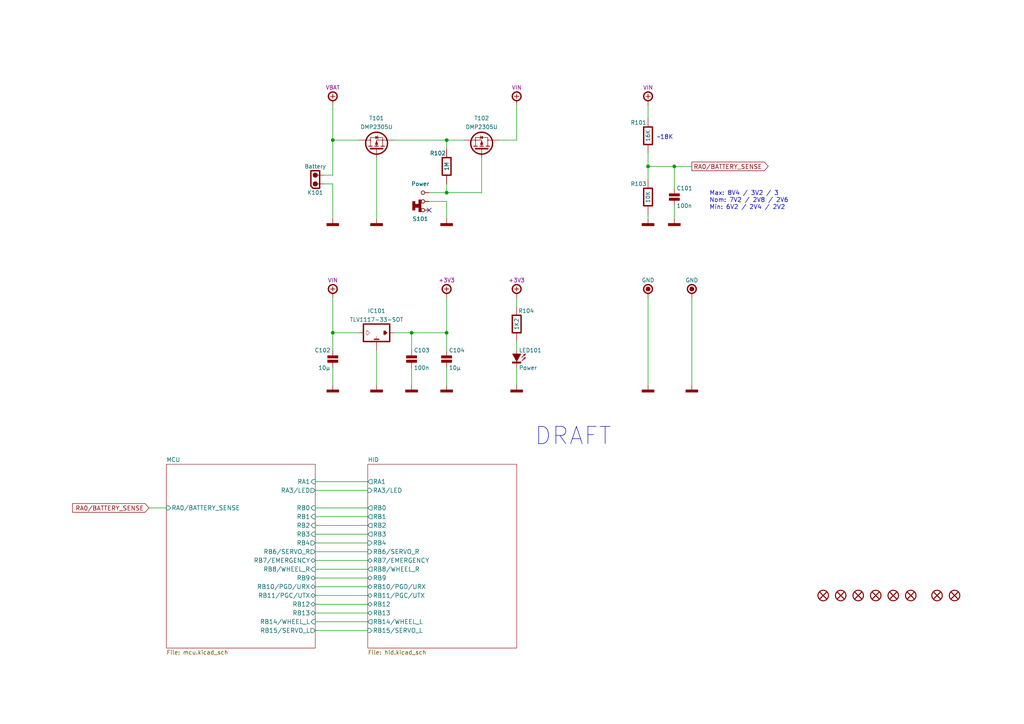
<source format=kicad_sch>
(kicad_sch (version 20211123) (generator eeschema)
  (paper "A4")
  (title_block (title "Diagram") (date "01/2022") (rev "A") (comment 1 "TBOT - MCU PIC-16Bit"))
  (lib_symbols
    (symbol "tronixio:C-1206" (pin_numbers hide) (pin_names (offset 0) hide)
      (property "Reference" "C" (at 0.635 2.54 0))
      (property "Value" "C-1206" (at 0.635 -2.54 0))
      (symbol "C-1206_0_1"
        (rectangle (start -1.524 -0.254) (end 1.524 -1.016) (stroke (width 0.001)) (fill (type outline)))
        (rectangle (start -1.524 1.016) (end 1.524 0.254) (stroke (width 0.001)) (fill (type outline)))
      )
      (symbol "C-1206_1_1"
        (pin passive line (at 0 2.54 270) (length 1.905) (name "~") (number "1"))
        (pin passive line (at 0 -2.54 90) (length 1.905) (name "~") (number "2"))
      )
    )
    (symbol "tronixio:DMP2305U-NEW" (pin_numbers hide) (pin_names (offset 0) hide)
      (property "Reference" "Q" (at 2.54 1.905 0))
      (property "Value" "DMP2305U-NEW" (at 0 -17.78 0))
      (symbol "DMP2305U-NEW_0_1"
        (rectangle (start -2.667 -1.905) (end -2.286 1.905) (stroke (width 0.001)) (fill (type outline)))
        (circle (center -0.889 0) (radius 3.175) (stroke (width 0.4)))
        (circle (center 0 -1.778) (radius 0.127) (stroke (width 0.12)))
        (polyline (pts (xy -1.778 -1.27) (xy -1.778 -2.286)) (stroke (width 0.254)))
        (polyline (pts (xy -1.778 0) (xy 0 0)) (stroke (width 0.15)))
        (polyline (pts (xy -1.778 0.508) (xy -1.778 -0.508)) (stroke (width 0.254)))
        (polyline (pts (xy -1.778 2.286) (xy -1.778 1.27)) (stroke (width 0.254)))
        (polyline (pts (xy -1.778 1.778) (xy 0.762 1.778) (xy 0.762 -1.778) (xy -1.778 -1.778)))
        (polyline (pts (xy -0.254 0) (xy -1.27 0.381) (xy -1.27 -0.381) (xy -0.254 0)) (fill (type outline)))
        (polyline (pts (xy 0.254 -0.508) (xy 0.381 -0.381) (xy 1.143 -0.381) (xy 1.27 -0.254)))
        (polyline (pts (xy 0.762 -0.381) (xy 0.381 0.254) (xy 1.143 0.254) (xy 0.762 -0.381)) (fill (type outline)))
        (circle (center 0 1.778) (radius 0.127) (stroke (width 0.12)))
      )
      (symbol "DMP2305U-NEW_1_1"
        (pin input line (at -5.08 0 0) (length 2.54) (name "G") (number "1"))
        (pin passive line (at 0 -5.08 90) (length 5.08) (name "S") (number "2"))
        (pin passive line (at 0 5.08 270) (length 3.3) (name "D") (number "3"))
      )
    )
    (symbol "tronixio:E-SWITCH-200USP1T1A1M2RE" (pin_numbers hide) (pin_names (offset 0) hide)
      (property "Reference" "S" (at 0 7.62 0))
      (property "Value" "E-SWITCH-200USP1T1A1M2RE" (at 0 -7.62 0))
      (symbol "E-SWITCH-200USP1T1A1M2RE_0_1"
        (rectangle (start -3.048 3.048) (end 0.508 2.286) (stroke (width 0.001)) (fill (type outline)))
        (circle (center -2.54 1.778) (radius 0.508) (stroke (width 0.2)))
        (rectangle (start -2.54 4.826) (end 0 4.064) (stroke (width 0.001)) (fill (type outline)))
        (rectangle (start -1.778 3.048) (end -0.762 4.064) (stroke (width 0.001)) (fill (type outline)))
        (circle (center 0 1.778) (radius 0.508) (stroke (width 0.2)))
        (circle (center 2.54 1.778) (radius 0.508) (stroke (width 0.2)))
        (pin passive line (at -2.54 0 90) (length 1.27) (name "1") (number "1"))
        (pin passive line (at 0 0 90) (length 1.27) (name "2") (number "2"))
        (pin passive line (at 2.54 0 90) (length 1.27) (name "3") (number "3"))
      )
    )
    (symbol "tronixio:KEYSTONE-5006" (pin_numbers hide) (pin_names (offset 0) hide)
      (property "Reference" "TP" (at 0 7.62 0))
      (property "Value" "KEYSTONE-5006" (at 0 5.08 0))
      (symbol "KEYSTONE-5006_0_1"
        (circle (center 0 2.54) (radius 0.635) (stroke (width 0.001)) (fill (type outline)))
        (circle (center 0 2.54) (radius 1.27) (stroke (width 0.4)))
      )
      (symbol "KEYSTONE-5006_1_1"
        (pin passive line (at 0 0 90) (length 1.27) (name "1") (number "1"))
      )
    )
    (symbol "tronixio:LED-1206-PURPLE" (pin_numbers hide) (pin_names (offset 0) hide)
      (property "Reference" "LED" (at 0 -2.54 0))
      (property "Value" "LED-1206-PURPLE" (at 0 -5.08 0))
      (symbol "LED-1206-PURPLE_0_1"
        (rectangle (start -1.27 1.27) (end -0.762 -1.27) (stroke (width 0.001)) (fill (type outline)))
        (polyline (pts (xy 1.524 -1.27) (xy 1.524 1.27) (xy -0.762 0) (xy 1.524 -1.27)) (stroke (width 0.001)) (fill (type outline)))
        (polyline (pts (xy -0.508 1.524) (xy 0.508 2.54) (xy 0.254 2.032) (xy 0 2.286) (xy 0.508 2.54)) (stroke (width 0.2)))
        (polyline (pts (xy 0.508 1.524) (xy 1.524 2.54) (xy 1.27 2.032) (xy 1.016 2.286) (xy 1.524 2.54)) (stroke (width 0.2)))
      )
      (symbol "LED-1206-PURPLE_1_1"
        (pin passive line (at -2.54 0 0) (length 1.27) (name "K") (number "1"))
        (pin passive line (at 2.54 0 180) (length 1.27) (name "A") (number "2"))
      )
    )
    (symbol "tronixio:MOLEX-MINI-SPOX-02-RIGHT-ANGLE" (pin_numbers hide) (pin_names (offset 0) hide)
      (property "Reference" "K" (at 0 2.54 0))
      (property "Value" "MOLEX-MINI-SPOX-02-RIGHT-ANGLE" (at 0 -5.08 0))
      (symbol "MOLEX-MINI-SPOX-02-RIGHT-ANGLE_0_1"
        (circle (center 0 -2.54) (radius 0.635) (stroke (width 0.2)) (fill (type outline)))
        (polyline (pts (xy -1.27 -3.81) (xy 1.27 -3.81) (xy 1.27 0.635) (xy 0.635 1.27) (xy -1.27 1.27) (xy -1.27 -3.81)) (stroke (width 0.4)))
        (circle (center 0 0) (radius 0.635) (stroke (width 0.2)) (fill (type outline)))
      )
      (symbol "MOLEX-MINI-SPOX-02-RIGHT-ANGLE_1_1"
        (pin passive line (at -2.54 0 0) (length 1.905) (name "1") (number "1"))
        (pin passive line (at -2.54 -2.54 0) (length 1.905) (name "2") (number "2"))
      )
    )
    (symbol "tronixio:MOUNTING-HOLE-3MM" (pin_numbers hide) (pin_names (offset 0) hide)
      (symbol "MOUNTING-HOLE-3MM_0_1"
        (polyline (pts (xy -1.016 -1.016) (xy 1.016 1.016)) (stroke (width 0.3)))
        (polyline (pts (xy 1.016 -1.016) (xy -1.016 1.016)) (stroke (width 0.3)))
        (circle (center 0 0) (radius 1.524) (stroke (width 0.3)))
      )
    )
    (symbol "tronixio:MOUNTING-HOLE-MASK-3MM" (pin_numbers hide) (pin_names (offset 0) hide)
      (symbol "MOUNTING-HOLE-MASK-3MM_0_1"
        (polyline (pts (xy -1.016 -1.016) (xy 1.016 1.016)) (stroke (width 0.3)))
        (polyline (pts (xy 1.016 -1.016) (xy -1.016 1.016)) (stroke (width 0.3)))
        (circle (center 0 0) (radius 1.524) (stroke (width 0.3)))
      )
    )
    (symbol "tronixio:POWER-+3V3" (power) (pin_numbers hide) (pin_names (offset 0) hide)
      (property "Name" "+3V3" (at 0 5.08 0))
      (symbol "POWER-+3V3_0_1"
        (polyline (pts (xy -0.635 2.54) (xy 0.635 2.54)) (stroke (width 0.2)))
        (polyline (pts (xy 0 1.905) (xy 0 3.175)) (stroke (width 0.2)))
        (circle (center 0 2.54) (radius 1.27) (stroke (width 0.4)))
      )
      (symbol "POWER-+3V3_1_1"
        (pin power_in line (at 0 0 90) (length 1.27) (name "+3V3") (number "1"))
      )
    )
    (symbol "tronixio:POWER-GND" (power) (pin_numbers hide) (pin_names (offset 0) hide)
      (symbol "POWER-GND_0_1"
        (rectangle (start -1.778 -2.032) (end 1.778 -1.27) (stroke (width 0.001)) (fill (type outline)))
      )
      (symbol "POWER-GND_1_1"
        (pin power_in line (at 0 0 270) (length 1.27) (name "GND") (number "1"))
      )
    )
    (symbol "tronixio:POWER-VBAT" (power) (pin_numbers hide) (pin_names (offset 0) hide)
      (property "Name" "VBAT" (at 0 5.08 0))
      (symbol "POWER-VBAT_0_1"
        (polyline (pts (xy -0.635 2.54) (xy 0.635 2.54)) (stroke (width 0.2)))
        (polyline (pts (xy 0 1.905) (xy 0 3.175)) (stroke (width 0.2)))
        (circle (center 0 2.54) (radius 1.27) (stroke (width 0.4)))
      )
      (symbol "POWER-VBAT_1_1"
        (pin power_in line (at 0 0 90) (length 1.27) (name "VBAT") (number "1"))
      )
    )
    (symbol "tronixio:POWER-VIN" (power) (pin_numbers hide) (pin_names (offset 0) hide)
      (property "Name" "VIN" (at 0 5.08 0))
      (symbol "POWER-VIN_0_1"
        (polyline (pts (xy -0.635 2.54) (xy 0.635 2.54)) (stroke (width 0.2)))
        (polyline (pts (xy 0 1.905) (xy 0 3.175)) (stroke (width 0.2)))
        (circle (center 0 2.54) (radius 1.27) (stroke (width 0.4)))
      )
      (symbol "POWER-VIN_1_1"
        (pin power_in line (at 0 0 90) (length 1.27) (name "VIN") (number "1"))
      )
    )
    (symbol "tronixio:R-1206" (pin_numbers hide) (pin_names (offset 0) hide)
      (property "Reference" "R" (at 2.54 0 90))
      (property "Value" "R-1206" (at 0 0 90))
      (symbol "R-1206_0_1"
        (rectangle (start -1.27 -2.54) (end 1.27 2.54) (stroke (width 0.4)))
      )
      (symbol "R-1206_1_1"
        (pin passive line (at 0 5.08 270) (length 2.54) (name "~") (number "1"))
        (pin passive line (at 0 -5.08 90) (length 2.54) (name "~") (number "2"))
      )
    )
    (symbol "tronixio:TLV1117-33-SOT" (pin_numbers hide) (pin_names (offset 0) hide)
      (property "Reference" "IC" (at 0 6.35 0))
      (property "Value" "TLV1117-33-SOT" (at 0 3.81 0))
      (symbol "TLV1117-33-SOT_0_1"
        (rectangle (start -3.81 -2.54) (end 3.81 2.54) (stroke (width 0.4)))
        (rectangle (start -0.762 -1.778) (end 0.762 -2.032) (stroke (width 0.001)) (fill (type outline)))
        (polyline (pts (xy -2.032 0) (xy -2.794 -0.762)) (stroke (width 0.0006)))
        (polyline (pts (xy -2.032 0) (xy -2.794 0.762)) (stroke (width 0.0006)))
        (polyline (pts (xy 0 -1.778) (xy 0 -1.016)) (stroke (width 0.0006)))
        (polyline (pts (xy 3.048 0) (xy 2.286 -0.762)) (stroke (width 0.0006)))
        (polyline (pts (xy 3.048 0) (xy 2.286 0.762)) (stroke (width 0.0006)))
        (polyline (pts (xy -2.54 -0.508) (xy -3.048 -0.508) (xy -3.048 0.508) (xy -2.54 0.508)) (stroke (width 0.0006)))
        (polyline (pts (xy 2.54 -0.508) (xy 2.032 -0.508) (xy 2.032 0.508) (xy 2.54 0.508)) (stroke (width 0.001)) (fill (type outline)))
        (polyline (pts (xy 2.54 -0.508) (xy 3.048 0) (xy 2.54 0.508) (xy 2.54 -0.508)) (stroke (width 0.001)) (fill (type outline)))
      )
      (symbol "TLV1117-33-SOT_1_1"
        (pin power_in line (at 0 -5.08 90) (length 2.54) (name "GND") (number "1"))
        (pin power_out line (at 5.08 0 180) (length 1.27) (name "VO") (number "2"))
        (pin power_in line (at -5.08 0 0) (length 1.27) (name "VI") (number "3"))
      )
    )
  )
  (junction (at 129.54 96.52) (diameter 0.9144))
  (junction (at 187.96 48.26) (diameter 0.9144))
  (junction (at 129.54 55.88))
  (junction (at 195.58 48.26) (diameter 0.9144))
  (junction (at 96.52 40.64) (diameter 0.9144))
  (junction (at 119.38 96.52))
  (junction (at 96.52 96.52))
  (junction (at 129.54 40.64) (diameter 0.9144))
  (no_connect (at 124.46 60.96))
  (wire (pts (xy 91.44 154.94) (xy 106.68 154.94)))
  (wire (pts (xy 119.38 96.52) (xy 119.38 101.6)))
  (wire (pts (xy 187.96 48.26) (xy 187.96 52.07)))
  (wire (pts (xy 119.38 106.68) (xy 119.38 111.76)))
  (wire (pts (xy 96.52 30.48) (xy 96.52 40.64)))
  (wire (pts (xy 200.66 86.36) (xy 200.66 111.76)))
  (wire (pts (xy 149.86 106.68) (xy 149.86 111.76)))
  (wire (pts (xy 91.44 139.7) (xy 106.68 139.7)))
  (wire (pts (xy 91.44 157.48) (xy 106.68 157.48)))
  (wire (pts (xy 187.96 62.23) (xy 187.96 63.5)))
  (wire (pts (xy 114.3 96.52) (xy 119.38 96.52)))
  (wire (pts (xy 91.44 170.18) (xy 106.68 170.18)))
  (wire (pts (xy 144.78 40.64) (xy 149.86 40.64)))
  (wire (pts (xy 129.54 40.64) (xy 129.54 43.18)))
  (wire (pts (xy 91.44 162.56) (xy 106.68 162.56)))
  (wire (pts (xy 93.98 50.8) (xy 96.52 50.8)))
  (wire (pts (xy 149.86 99.06) (xy 149.86 101.6)))
  (wire (pts (xy 91.44 142.24) (xy 106.68 142.24)))
  (wire (pts (xy 91.44 177.8) (xy 106.68 177.8)))
  (wire (pts (xy 93.98 53.34) (xy 96.52 53.34)))
  (wire (pts (xy 187.96 44.45) (xy 187.96 48.26)))
  (wire (pts (xy 129.54 53.34) (xy 129.54 55.88)))
  (wire (pts (xy 195.58 54.61) (xy 195.58 48.26)))
  (wire (pts (xy 129.54 58.42) (xy 129.54 63.5)))
  (wire (pts (xy 129.54 96.52) (xy 129.54 86.36)))
  (wire (pts (xy 91.44 180.34) (xy 106.68 180.34)))
  (wire (pts (xy 139.7 45.72) (xy 139.7 55.88)))
  (wire (pts (xy 109.22 45.72) (xy 109.22 63.5)))
  (wire (pts (xy 91.44 149.86) (xy 106.68 149.86)))
  (wire (pts (xy 91.44 175.26) (xy 106.68 175.26)))
  (wire (pts (xy 149.86 30.48) (xy 149.86 40.64)))
  (wire (pts (xy 109.22 101.6) (xy 109.22 111.76)))
  (wire (pts (xy 91.44 165.1) (xy 106.68 165.1)))
  (wire (pts (xy 149.86 86.36) (xy 149.86 88.9)))
  (wire (pts (xy 96.52 53.34) (xy 96.52 63.5)))
  (wire (pts (xy 91.44 167.64) (xy 106.68 167.64)))
  (wire (pts (xy 91.44 160.02) (xy 106.68 160.02)))
  (wire (pts (xy 195.58 48.26) (xy 200.66 48.26)))
  (wire (pts (xy 91.44 172.72) (xy 106.68 172.72)))
  (wire (pts (xy 96.52 40.64) (xy 96.52 50.8)))
  (wire (pts (xy 129.54 40.64) (xy 134.62 40.64)))
  (wire (pts (xy 187.96 30.48) (xy 187.96 34.29)))
  (wire (pts (xy 195.58 59.69) (xy 195.58 63.5)))
  (wire (pts (xy 124.46 58.42) (xy 129.54 58.42)))
  (wire (pts (xy 96.52 96.52) (xy 96.52 101.6)))
  (wire (pts (xy 187.96 48.26) (xy 195.58 48.26)))
  (wire (pts (xy 91.44 152.4) (xy 106.68 152.4)))
  (wire (pts (xy 124.46 55.88) (xy 129.54 55.88)))
  (wire (pts (xy 91.44 147.32) (xy 106.68 147.32)))
  (wire (pts (xy 119.38 96.52) (xy 129.54 96.52)))
  (wire (pts (xy 91.44 182.88) (xy 106.68 182.88)))
  (wire (pts (xy 43.18 147.32) (xy 48.26 147.32)))
  (wire (pts (xy 114.3 40.64) (xy 129.54 40.64)))
  (wire (pts (xy 96.52 96.52) (xy 104.14 96.52)))
  (wire (pts (xy 96.52 40.64) (xy 104.14 40.64)))
  (wire (pts (xy 129.54 106.68) (xy 129.54 111.76)))
  (wire (pts (xy 129.54 55.88) (xy 139.7 55.88)))
  (wire (pts (xy 187.96 86.36) (xy 187.96 111.76)))
  (wire (pts (xy 96.52 86.36) (xy 96.52 96.52)))
  (wire (pts (xy 96.52 106.68) (xy 96.52 111.76)))
  (wire (pts (xy 129.54 96.52) (xy 129.54 101.6)))
  (text "DRAFT" (at 154.94 129.54 0) (effects (font (size 5 5)) (justify left bottom)))
  (text "~18K" (at 190.5 40.64 0) (effects (font (size 1.27 1.27)) (justify left bottom)))
  (text "Max: 8V4 / 3V2 / 3\nNom: 7V2 / 2V8 / 2V6\nMin: 6V2 / 2V4 / 2V2" (at 205.74 60.96 0) (effects (font (size 1.27 1.27)) (justify left bottom)))
  (global_label "RA0{slash}BATTERY_SENSE" (shape input) (at 43.18 147.32 180) (property "Intersheet References" "${INTERSHEET_REFS}" (effects hide)))
  (global_label "RA0{slash}BATTERY_SENSE" (shape output) (at 200.66 48.26 0) (property "Intersheet References" "${INTERSHEET_REFS}" (effects hide)))
  (symbol (lib_id "tronixio:POWER-VIN") (at 149.86 30.48 0) (unit 1)
    (property "Reference" "#PWR0102" (effects hide))
    (property "Value" "VIN" (effects hide))
    (property "Name" "VIN" (at 149.86 25.4 0) (effects (font (size 1.15 1.15))))
  )
  (symbol (lib_id "tronixio:POWER-VIN") (at 187.96 30.48 0) (unit 1)
    (property "Reference" "#PWR0103" (effects hide))
    (property "Value" "VIN" (effects hide))
    (property "Name" "VIN" (at 187.96 25.4 0) (effects (font (size 1.15 1.15))))
  )
  (symbol (lib_id "tronixio:MOUNTING-HOLE-MASK-3MM") (at 264.16 172.72 0) (unit 1)
    (property "Reference" "H106" (effects hide))
    (property "Value" "MOUNTING-HOLE-MASK-3MM" (effects hide))
    (property "Footprint" "tronixio:M3-MASK" (effects hide))
  )
  (symbol (lib_id "tronixio:KEYSTONE-5006") (at 200.66 86.36 0) (unit 1)
    (property "Reference" "TP102" (effects hide))
    (property "Value" "GND" (at 200.66 81.28 0) (effects (font (size 1.15 1.15))))
    (property "Footprint" "tronixio:KEYSTONE-5006" (effects hide))
    (property "Datasheet" "https://www.keyelco.com/product.cfm/product_id/1315" (effects hide))
    (property "MOUSER" "534-5006" (effects hide))
  )
  (symbol (lib_id "tronixio:DMP2305U-NEW") (at 109.22 40.64 90) (unit 1)
    (property "Reference" "T101" (at 109.22 34.29 90) (effects (font (size 1.15 1.15))))
    (property "Value" "DMP2305U" (at 109.22 36.83 90) (effects (font (size 1.15 1.15))))
    (property "Footprint" "tronixio:SOT-23-3" (effects hide))
    (property "Datasheet" "https://www.diodes.com/part/view/DMP2305U" (effects hide))
    (property "MOUSER" "621-DMP2305U-7" (effects hide))
  )
  (symbol (lib_id "tronixio:MOUNTING-HOLE-MASK-3MM") (at 259.08 172.72 0) (unit 1)
    (property "Reference" "H105" (effects hide))
    (property "Value" "MOUNTING-HOLE-MASK-3MM" (effects hide))
    (property "Footprint" "tronixio:M3-MASK" (effects hide))
  )
  (symbol (lib_id "tronixio:POWER-GND") (at 187.96 111.76 0) (unit 1)
    (property "Reference" "#PWR0117" (effects hide))
    (property "Value" "GND" (effects hide))
  )
  (symbol (lib_id "tronixio:POWER-+3V3") (at 129.54 86.36 0) (unit 1)
    (property "Reference" "#PWR0110" (effects hide))
    (property "Value" "+5V" (effects hide))
    (property "Name" "+3V3" (at 129.54 81.28 0) (effects (font (size 1.15 1.15))))
  )
  (symbol (lib_id "tronixio:MOUNTING-HOLE-MASK-3MM") (at 254 172.72 0) (unit 1)
    (property "Reference" "H104" (effects hide))
    (property "Value" "MOUNTING-HOLE-MASK-3MM" (effects hide))
    (property "Footprint" "tronixio:M3-MASK" (effects hide))
  )
  (symbol (lib_id "tronixio:R-1206") (at 149.86 93.98 180) (unit 1)
    (property "Reference" "R104" (at 154.94 90.17 0) (effects (font (size 1.15 1.15)) (justify left)))
    (property "Value" "1K2" (at 149.86 93.98 90) (effects (font (size 1.15 1.15))))
    (property "Footprint" "tronixio:RESISTOR-1206" (effects hide))
  )
  (symbol (lib_id "tronixio:POWER-GND") (at 129.54 63.5 0) (unit 1)
    (property "Reference" "#PWR0106" (effects hide))
    (property "Value" "GND" (effects hide))
  )
  (symbol (lib_id "tronixio:LED-1206-PURPLE") (at 149.86 104.14 270) (mirror x) (unit 1)
    (property "Reference" "LED101" (at 150.495 101.6 90) (effects (font (size 1.15 1.15)) (justify left)))
    (property "Value" "Power" (at 150.495 106.68 90) (effects (font (size 1.15 1.15)) (justify left)))
    (property "Footprint" "tronixio:LED-1206" (effects hide))
    (property "Datasheet" "http://www.kingbrightusa.com/images/catalog/SPEC/APT3216LSECK-J3-PRV.pdf" (effects hide))
    (property "MOUSER" "604-APT3216LSECKJ3RV" (effects hide))
  )
  (symbol (lib_id "tronixio:POWER-VIN") (at 96.52 86.36 0) (unit 1)
    (property "Reference" "#PWR0109" (effects hide))
    (property "Value" "VIN" (effects hide))
    (property "Name" "VIN" (at 96.52 81.28 0) (effects (font (size 1.15 1.15))))
  )
  (symbol (lib_id "tronixio:KEYSTONE-5006") (at 187.96 86.36 0) (unit 1)
    (property "Reference" "TP101" (effects hide))
    (property "Value" "GND" (at 187.96 81.28 0) (effects (font (size 1.15 1.15))))
    (property "Footprint" "tronixio:KEYSTONE-5006" (effects hide))
    (property "Datasheet" "https://www.keyelco.com/product.cfm/product_id/1315" (effects hide))
    (property "MOUSER" "534-5006" (effects hide))
  )
  (symbol (lib_id "tronixio:MOUNTING-HOLE-3MM") (at 276.86 172.72 0) (unit 1)
    (property "Reference" "H108" (effects hide))
    (property "Value" "MOUNTING-HOLE-3MM" (effects hide))
    (property "Footprint" "tronixio:M3" (effects hide))
  )
  (symbol (lib_id "tronixio:C-1206") (at 119.38 104.14 0) (unit 1)
    (property "Reference" "C103" (at 120.015 101.6 0) (effects (font (size 1.15 1.15)) (justify left)))
    (property "Value" "100n" (at 120.015 106.68 0) (effects (font (size 1.15 1.15)) (justify left)))
    (property "Footprint" "tronixio:CAPACITOR-1206" (effects hide))
  )
  (symbol (lib_id "tronixio:POWER-GND") (at 200.66 111.76 0) (unit 1)
    (property "Reference" "#PWR0118" (effects hide))
    (property "Value" "GND" (effects hide))
  )
  (symbol (lib_id "tronixio:MOUNTING-HOLE-MASK-3MM") (at 248.92 172.72 0) (unit 1)
    (property "Reference" "H103" (effects hide))
    (property "Value" "MOUNTING-HOLE-MASK-3MM" (effects hide))
    (property "Footprint" "tronixio:M3-MASK" (effects hide))
  )
  (symbol (lib_id "tronixio:C-1206") (at 129.54 104.14 0) (unit 1)
    (property "Reference" "C104" (at 130.175 101.6 0) (effects (font (size 1.15 1.15)) (justify left)))
    (property "Value" "10µ" (at 130.175 106.68 0) (effects (font (size 1.15 1.15)) (justify left)))
    (property "Footprint" "tronixio:CAPACITOR-1206" (effects hide))
  )
  (symbol (lib_id "tronixio:C-1206") (at 96.52 104.14 0) (unit 1)
    (property "Reference" "C102" (at 95.885 101.6 0) (effects (font (size 1.15 1.15)) (justify right)))
    (property "Value" "10µ" (at 95.885 106.68 0) (effects (font (size 1.15 1.15)) (justify right)))
    (property "Footprint" "tronixio:CAPACITOR-1206" (effects hide))
  )
  (symbol (lib_id "tronixio:POWER-GND") (at 119.38 111.76 0) (unit 1)
    (property "Reference" "#PWR0114" (effects hide))
    (property "Value" "GND" (effects hide))
  )
  (symbol (lib_id "tronixio:POWER-GND") (at 96.52 111.76 0) (unit 1)
    (property "Reference" "#PWR0112" (effects hide))
    (property "Value" "GND" (effects hide))
  )
  (symbol (lib_id "tronixio:POWER-GND") (at 109.22 63.5 0) (unit 1)
    (property "Reference" "#PWR0105" (effects hide))
    (property "Value" "GND" (effects hide))
  )
  (symbol (lib_id "tronixio:MOUNTING-HOLE-3MM") (at 271.78 172.72 0) (unit 1)
    (property "Reference" "H107" (effects hide))
    (property "Value" "MOUNTING-HOLE-3MM" (effects hide))
    (property "Footprint" "tronixio:M3" (effects hide))
  )
  (symbol (lib_id "tronixio:R-1206") (at 187.96 57.15 180) (unit 1)
    (property "Reference" "R103" (at 182.88 53.34 0) (effects (font (size 1.15 1.15)) (justify right)))
    (property "Value" "10K" (at 187.96 57.15 90) (effects (font (size 1.15 1.15))))
    (property "Footprint" "tronixio:RESISTOR-1206" (effects hide))
  )
  (symbol (lib_id "tronixio:DMP2305U-NEW") (at 139.7 40.64 270) (mirror x) (unit 1)
    (property "Reference" "T102" (at 139.7 34.29 90) (effects (font (size 1.15 1.15))))
    (property "Value" "DMP2305U" (at 139.7 36.83 90) (effects (font (size 1.15 1.15))))
    (property "Footprint" "tronixio:SOT-23-3" (effects hide))
    (property "Datasheet" "https://www.diodes.com/part/view/DMP2305U" (effects hide))
    (property "MOUSER" "621-DMP2305U-7" (effects hide))
  )
  (symbol (lib_id "tronixio:C-1206") (at 195.58 57.15 0) (unit 1)
    (property "Reference" "C101" (at 196.215 54.61 0) (effects (font (size 1.15 1.15)) (justify left)))
    (property "Value" "100n" (at 196.215 59.69 0) (effects (font (size 1.15 1.15)) (justify left)))
    (property "Footprint" "tronixio:CAPACITOR-1206" (effects hide))
  )
  (symbol (lib_id "tronixio:POWER-VBAT") (at 96.52 30.48 0) (unit 1)
    (property "Reference" "#PWR0101" (effects hide))
    (property "Value" "VBAT" (effects hide))
    (property "Name" "VBAT" (at 96.52 25.4 0) (effects (font (size 1.15 1.15))))
  )
  (symbol (lib_id "tronixio:MOUNTING-HOLE-MASK-3MM") (at 238.76 172.72 0) (unit 1)
    (property "Reference" "H101" (effects hide))
    (property "Value" "MOUNTING-HOLE-MASK-3MM" (effects hide))
    (property "Footprint" "tronixio:M3-MASK" (effects hide))
  )
  (symbol (lib_id "tronixio:POWER-GND") (at 149.86 111.76 0) (unit 1)
    (property "Reference" "#PWR0116" (effects hide))
    (property "Value" "GND" (effects hide))
  )
  (symbol (lib_id "tronixio:POWER-GND") (at 129.54 111.76 0) (unit 1)
    (property "Reference" "#PWR0115" (effects hide))
    (property "Value" "GND" (effects hide))
  )
  (symbol (lib_id "tronixio:MOUNTING-HOLE-MASK-3MM") (at 243.84 172.72 0) (unit 1)
    (property "Reference" "H102" (effects hide))
    (property "Value" "MOUNTING-HOLE-MASK-3MM" (effects hide))
    (property "Footprint" "tronixio:M3-MASK" (effects hide))
  )
  (symbol (lib_id "tronixio:TLV1117-33-SOT") (at 109.22 96.52 0) (unit 1)
    (property "Reference" "IC101" (at 109.22 90.17 0) (effects (font (size 1.15 1.15))))
    (property "Value" "TLV1117-33-SOT" (at 109.22 92.71 0) (effects (font (size 1.15 1.15))))
    (property "Footprint" "tronixio:SOT-223-3" (effects hide))
    (property "Datasheet" "http://www.ti.com/lit/ds/symlink/tlv1117.pdf" (effects hide))
    (property "MOUSER" "595-TLV1117-33CDC" (effects hide))
  )
  (symbol (lib_id "tronixio:POWER-GND") (at 195.58 63.5 0) (unit 1)
    (property "Reference" "#PWR0108" (effects hide))
    (property "Value" "GND" (effects hide))
  )
  (symbol (lib_id "tronixio:R-1206") (at 129.54 48.26 180) (unit 1)
    (property "Reference" "R102" (at 127 44.45 0) (effects (font (size 1.15 1.15))))
    (property "Value" "1M" (at 129.54 48.26 90) (effects (font (size 1.15 1.15))))
    (property "Footprint" "tronixio:RESISTOR-1206" (effects hide))
  )
  (symbol (lib_id "tronixio:POWER-GND") (at 109.22 111.76 0) (unit 1)
    (property "Reference" "#PWR0113" (effects hide))
    (property "Value" "GND" (effects hide))
  )
  (symbol (lib_id "tronixio:MOLEX-MINI-SPOX-02-RIGHT-ANGLE") (at 91.44 53.34 180) (unit 1)
    (property "Reference" "K101" (at 91.44 55.88 0) (effects (font (size 1.15 1.15))))
    (property "Value" "Battery" (at 91.44 48.26 0) (effects (font (size 1.15 1.15))))
    (property "Footprint" "tronixio:MOLEX-22057025" (effects hide))
    (property "Datasheet" "https://www.molex.com/molex/products/part-detail/pcb_headers/0022057025" (effects hide))
    (property "MOUSER" "538-22-05-7025" (effects hide))
  )
  (symbol (lib_id "tronixio:R-1206") (at 187.96 39.37 180) (unit 1)
    (property "Reference" "R101" (at 182.88 35.56 0) (effects (font (size 1.15 1.15)) (justify right)))
    (property "Value" "16K" (at 187.96 39.37 90) (effects (font (size 1.15 1.15))))
    (property "Footprint" "tronixio:RESISTOR-1206" (effects hide))
  )
  (symbol (lib_id "tronixio:POWER-GND") (at 187.96 63.5 0) (unit 1)
    (property "Reference" "#PWR0107" (effects hide))
    (property "Value" "GND" (effects hide))
  )
  (symbol (lib_id "tronixio:POWER-+3V3") (at 149.86 86.36 0) (unit 1)
    (property "Reference" "#PWR0111" (effects hide))
    (property "Value" "+5V" (effects hide))
    (property "Name" "+3V3" (at 149.86 81.28 0) (effects (font (size 1.15 1.15))))
  )
  (symbol (lib_id "tronixio:E-SWITCH-200USP1T1A1M2RE") (at 124.46 58.42 90) (unit 1)
    (property "Reference" "S101" (at 121.92 63.5 90) (effects (font (size 1.15 1.15))))
    (property "Value" "Power" (at 121.92 53.34 90) (effects (font (size 1.15 1.15))))
    (property "Footprint" "tronixio:E-SWITCH-200USPXT1A1M2RE" (effects hide))
    (property "Datasheet" "http://spec_sheets.e-switch.com/specs/T250000.pdf" (effects hide))
    (property "MOUSER" "612-200USP1T1A1M2RE" (effects hide))
  )
  (symbol (lib_id "tronixio:POWER-GND") (at 96.52 63.5 0) (unit 1)
    (property "Reference" "#PWR0104" (effects hide))
    (property "Value" "GND" (effects hide))
  )
  (sheet (at 106.68 134.62) (size 43.18 53.34) (stroke (width 0.001))
    (property "Sheet name" "HID" (at 106.68 133.35 0) (effects (font (size 1.2 1.2)) (justify left)))
    (property "Sheet file" "hid.kicad_sch" (at 106.68 189.23 0) (effects (font (size 1.2 1.2)) (justify left)))
    (pin "RB3" output (at 106.68 154.94 180))
    (pin "RB14{slash}WHEEL_L" output (at 106.68 180.34 180))
    (pin "RB15{slash}SERVO_L" input (at 106.68 182.88 180))
    (pin "RB6{slash}SERVO_R" input (at 106.68 160.02 180))
    (pin "RB8{slash}WHEEL_R" output (at 106.68 165.1 180))
    (pin "RA3{slash}LED" input (at 106.68 142.24 180))
    (pin "RB11{slash}PGC{slash}UTX" bidirectional (at 106.68 172.72 180))
    (pin "RB10{slash}PGD{slash}URX" bidirectional (at 106.68 170.18 180))
    (pin "RB0" output (at 106.68 147.32 180))
    (pin "RA1" output (at 106.68 139.7 180))
    (pin "RB1" output (at 106.68 149.86 180))
    (pin "RB7{slash}EMERGENCY" bidirectional (at 106.68 162.56 180))
    (pin "RB2" output (at 106.68 152.4 180))
    (pin "RB4" input (at 106.68 157.48 180))
    (pin "RB9" bidirectional (at 106.68 167.64 180))
    (pin "RB12" bidirectional (at 106.68 175.26 180))
    (pin "RB13" bidirectional (at 106.68 177.8 180))
  )
  (sheet (at 48.26 134.62) (size 43.18 53.34) (stroke (width 0.001))
    (property "Sheet name" "MCU" (at 48.26 133.35 0) (effects (font (size 1.2 1.2)) (justify left)))
    (property "Sheet file" "mcu.kicad_sch" (at 48.26 189.23 0) (effects (font (size 1.2 1.2)) (justify left)))
    (pin "RB11{slash}PGC{slash}UTX" bidirectional (at 91.44 172.72 0))
    (pin "RB10{slash}PGD{slash}URX" bidirectional (at 91.44 170.18 0))
    (pin "RA3{slash}LED" output (at 91.44 142.24 0))
    (pin "RB4" output (at 91.44 157.48 0))
    (pin "RB2" input (at 91.44 152.4 0))
    (pin "RB3" input (at 91.44 154.94 0))
    (pin "RA0{slash}BATTERY_SENSE" input (at 48.26 147.32 180))
    (pin "RB0" input (at 91.44 147.32 0))
    (pin "RB1" input (at 91.44 149.86 0))
    (pin "RB7{slash}EMERGENCY" bidirectional (at 91.44 162.56 0))
    (pin "RB8{slash}WHEEL_R" input (at 91.44 165.1 0))
    (pin "RB6{slash}SERVO_R" output (at 91.44 160.02 0))
    (pin "RB9" bidirectional (at 91.44 167.64 0))
    (pin "RB14{slash}WHEEL_L" input (at 91.44 180.34 0))
    (pin "RB12" bidirectional (at 91.44 175.26 0))
    (pin "RB15{slash}SERVO_L" output (at 91.44 182.88 0))
    (pin "RB13" bidirectional (at 91.44 177.8 0))
    (pin "RA1" input (at 91.44 139.7 0))
  )
)
</source>
